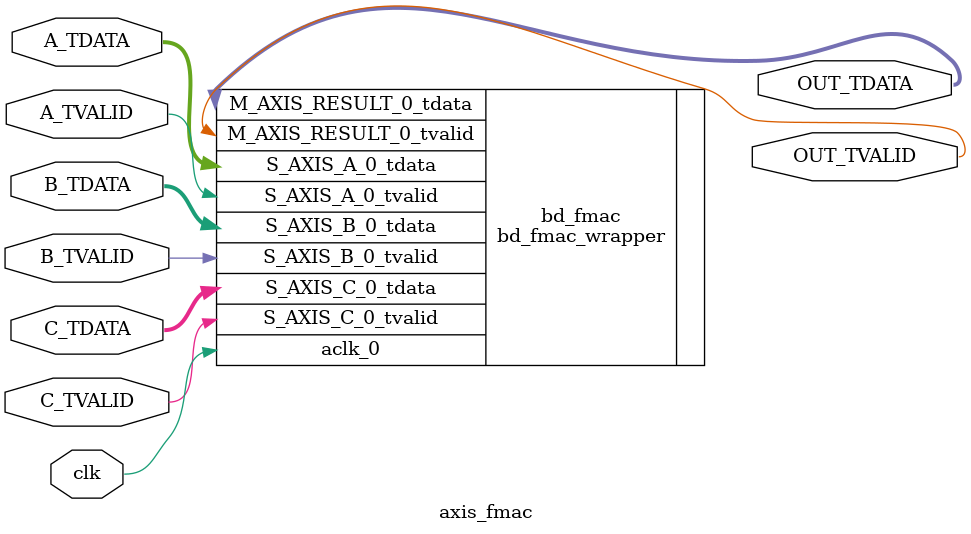
<source format=sv>
`timescale 1ns / 1ps



module axis_fmac(
        input           clk, 

        input [31:0]    A_TDATA,
        input           A_TVALID,

        input [31:0]    B_TDATA,
        input           B_TVALID,

        input [31:0]    C_TDATA,
        input           C_TVALID,

        output [31:0]   OUT_TDATA,
        output          OUT_TVALID
    );
    

bd_fmac_wrapper bd_fmac(
    .aclk_0 (clk),

    .S_AXIS_A_0_tdata(A_TDATA),
    .S_AXIS_A_0_tvalid(A_TVALID), 
    .S_AXIS_B_0_tdata(B_TDATA),
    .S_AXIS_B_0_tvalid(B_TVALID),
    .S_AXIS_C_0_tdata(C_TDATA),
    .S_AXIS_C_0_tvalid(C_TVALID), 
    
    .M_AXIS_RESULT_0_tdata(OUT_TDATA),
    .M_AXIS_RESULT_0_tvalid(OUT_TVALID)
    );

endmodule

</source>
